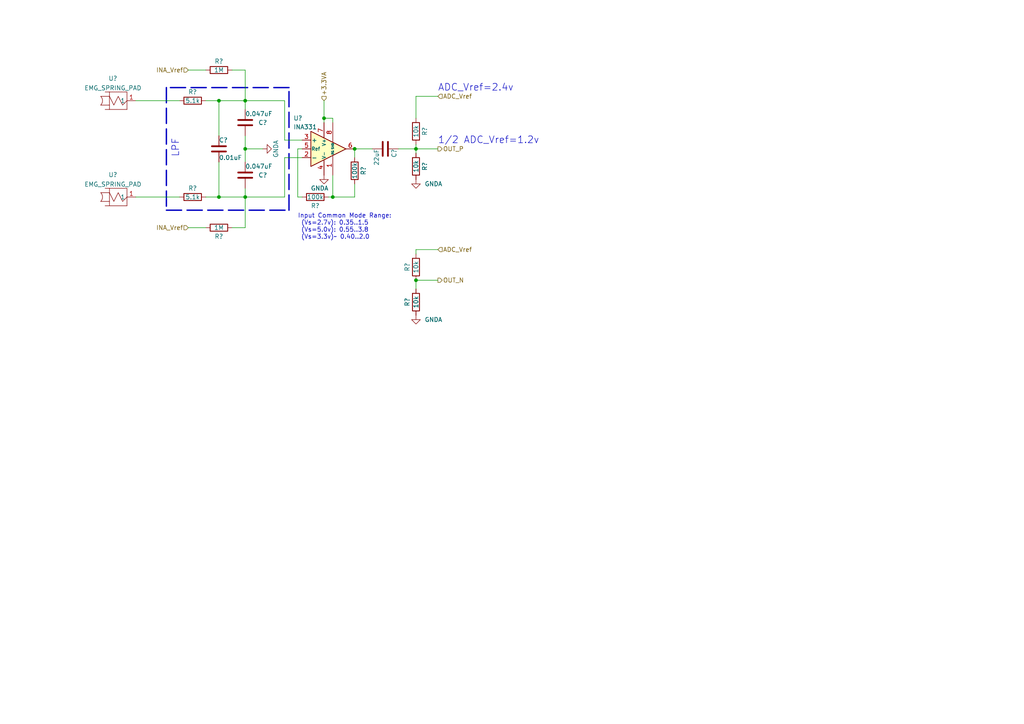
<source format=kicad_sch>
(kicad_sch (version 20211123) (generator eeschema)
  (paper "A4")
  (title_block (title "EMG-2x: Two channel EMG board") (date "2022-02-11") (rev "1") (company "Developed by Rf-lab.org"))
  (lib_symbols
    (symbol "ADS1299EMG8xR2-rescue:INA331-Amplifier_Instrumentation" (pin_names (offset 0.127))
      (property "Reference" "U" (at 3.81 3.81 0))
      (property "Value" "INA331-Amplifier_Instrumentation" (at 3.81 -2.54 0))
      (symbol "INA331-Amplifier_Instrumentation_0_1"
        (polyline (pts (xy 5.08 0) (xy -5.08 5.08) (xy -5.08 -5.08) (xy 5.08 0)) (stroke (width 0.254)) (fill (type background)))
      )
      (symbol "INA331-Amplifier_Instrumentation_1_1"
        (pin input line (at 1.27 -7.62 90) (length 5.6896) (name "RG") (number "1"))
        (pin input line (at -7.62 -2.54 0) (length 2.54) (name "-") (number "2"))
        (pin input line (at -7.62 2.54 0) (length 2.54) (name "+") (number "3"))
        (pin power_in line (at -1.27 -7.62 90) (length 4.4958) (name "V-") (number "4"))
        (pin input line (at -7.62 0 0) (length 2.54) (name "Ref") (number "5"))
        (pin output line (at 7.62 0 180) (length 2.54) (name "~") (number "6"))
        (pin power_in line (at -1.27 7.62 270) (length 4.4958) (name "V+") (number "7"))
        (pin input line (at 1.27 7.62 270) (length 5.6896) (name "SHD") (number "8"))
      )
    )
    (symbol "Device:C" (pin_numbers hide) (pin_names (offset 0.254))
      (property "Reference" "C" (at 0.635 2.54 0))
      (property "Value" "C" (at 0.635 -2.54 0))
      (symbol "C_0_1"
        (polyline (pts (xy -2.032 -0.762) (xy 2.032 -0.762)) (stroke (width 0.508)))
        (polyline (pts (xy -2.032 0.762) (xy 2.032 0.762)) (stroke (width 0.508)))
      )
      (symbol "C_1_1"
        (pin passive line (at 0 3.81 270) (length 2.794) (name "~") (number "1"))
        (pin passive line (at 0 -3.81 90) (length 2.794) (name "~") (number "2"))
      )
    )
    (symbol "Device:R" (pin_numbers hide) (pin_names (offset 0))
      (property "Reference" "R" (at 2.032 0 90))
      (property "Value" "R" (at 0 0 90))
      (symbol "R_0_1"
        (rectangle (start -1.016 -2.54) (end 1.016 2.54) (stroke (width 0.254)))
      )
      (symbol "R_1_1"
        (pin passive line (at 0 3.81 270) (length 1.27) (name "~") (number "1"))
        (pin passive line (at 0 -3.81 90) (length 1.27) (name "~") (number "2"))
      )
    )
    (symbol "espLib:EMG_SPRING_PAD"
      (property "Reference" "U" (at 0 0 0))
      (property "Value" "EMG_SPRING_PAD" (at 0 2.54 0))
      (symbol "EMG_SPRING_PAD_0_1"
        (polyline (pts (xy 2.54 0) (xy 8.89 0)) (stroke (width 0.1524)))
        (polyline (pts (xy 7.62 -3.81) (xy 10.16 -3.81)) (stroke (width 0.1524)))
        (polyline (pts (xy 7.62 -1.27) (xy 10.16 -1.27)) (stroke (width 0.1524)))
        (polyline (pts (xy 7.62 0) (xy 7.62 -5.08)) (stroke (width 0.1524)))
        (polyline (pts (xy 2.54 0) (xy 2.54 -5.08) (xy 8.89 -5.08)) (stroke (width 0.1524)))
        (polyline (pts (xy 2.54 -2.54) (xy 3.81 -1.27) (xy 5.08 -3.81) (xy 6.35 -1.27) (xy 7.62 -3.81)) (stroke (width 0.1524)))
        (arc (start 10.16 -1.27) (mid 7.0938 -2.54) (end 10.16 -3.81) (stroke (width 0.1524)))
      )
      (symbol "EMG_SPRING_PAD_1_1"
        (pin bidirectional line (at 0 -2.54 0) (length 2.54) (name "1") (number "1"))
      )
    )
    (symbol "power:GNDA" (power) (pin_names (offset 0))
      (property "Value" "GNDA" (at 0 -3.81 0))
      (symbol "GNDA_0_1"
        (polyline (pts (xy 0 0) (xy 0 -1.27) (xy 1.27 -1.27) (xy 0 -2.54) (xy -1.27 -1.27) (xy 0 -1.27)))
      )
      (symbol "GNDA_1_1"
        (pin power_in line (at 0 0 270) (length 0) hide (name "GNDA") (number "1"))
      )
    )
  )
  (junction (at 71.12 29.21))
  (junction (at 63.5 29.21))
  (junction (at 71.12 43.18))
  (junction (at 120.65 43.18))
  (junction (at 71.12 57.15))
  (junction (at 102.87 43.18))
  (junction (at 93.98 34.29))
  (junction (at 120.65 81.28))
  (junction (at 63.5 57.15))
  (junction (at 96.52 57.15))
  (wire (pts (xy 96.52 34.29) (xy 96.52 35.56)))
  (wire (pts (xy 71.12 29.21) (xy 71.12 31.75)))
  (wire (pts (xy 82.55 57.15) (xy 82.55 45.72)))
  (wire (pts (xy 63.5 39.37) (xy 63.5 29.21)))
  (wire (pts (xy 59.69 57.15) (xy 63.5 57.15)))
  (wire (pts (xy 120.65 81.28) (xy 127 81.28)))
  (wire (pts (xy 120.65 72.39) (xy 127 72.39)))
  (wire (pts (xy 54.61 66.04) (xy 59.69 66.04)))
  (wire (pts (xy 71.12 46.99) (xy 71.12 43.18)))
  (wire (pts (xy 54.61 20.32) (xy 59.69 20.32)))
  (wire (pts (xy 71.12 39.37) (xy 71.12 43.18)))
  (wire (pts (xy 87.63 43.18) (xy 86.36 43.18)))
  (wire (pts (xy 63.5 57.15) (xy 71.12 57.15)))
  (wire (pts (xy 76.2 43.18) (xy 71.12 43.18)))
  (wire (pts (xy 96.52 57.15) (xy 95.25 57.15)))
  (wire (pts (xy 120.65 43.18) (xy 127 43.18)))
  (wire (pts (xy 96.52 50.8) (xy 96.52 57.15)))
  (wire (pts (xy 102.87 43.18) (xy 102.87 45.72)))
  (polyline (pts (xy 48.26 60.96) (xy 83.82 60.96)) (stroke (width 0.4)))
  (wire (pts (xy 115.57 43.18) (xy 120.65 43.18)))
  (wire (pts (xy 82.55 40.64) (xy 87.63 40.64)))
  (wire (pts (xy 82.55 45.72) (xy 87.63 45.72)))
  (wire (pts (xy 102.87 43.18) (xy 107.95 43.18)))
  (wire (pts (xy 39.37 29.21) (xy 52.07 29.21)))
  (wire (pts (xy 71.12 57.15) (xy 82.55 57.15)))
  (wire (pts (xy 63.5 29.21) (xy 71.12 29.21)))
  (wire (pts (xy 120.65 72.39) (xy 120.65 73.66)))
  (wire (pts (xy 120.65 41.91) (xy 120.65 43.18)))
  (wire (pts (xy 67.31 20.32) (xy 71.12 20.32)))
  (polyline (pts (xy 83.82 60.96) (xy 83.82 25.4)) (stroke (width 0.4)))
  (wire (pts (xy 120.65 81.28) (xy 120.65 83.82)))
  (wire (pts (xy 120.65 27.94) (xy 127 27.94)))
  (wire (pts (xy 82.55 29.21) (xy 71.12 29.21)))
  (polyline (pts (xy 83.82 25.4) (xy 48.26 25.4)) (stroke (width 0.4)))
  (wire (pts (xy 93.98 35.56) (xy 93.98 34.29)))
  (wire (pts (xy 102.87 57.15) (xy 96.52 57.15)))
  (wire (pts (xy 63.5 46.99) (xy 63.5 57.15)))
  (wire (pts (xy 71.12 20.32) (xy 71.12 29.21)))
  (wire (pts (xy 120.65 27.94) (xy 120.65 34.29)))
  (wire (pts (xy 93.98 29.21) (xy 93.98 34.29)))
  (wire (pts (xy 82.55 29.21) (xy 82.55 40.64)))
  (wire (pts (xy 71.12 66.04) (xy 71.12 57.15)))
  (wire (pts (xy 86.36 43.18) (xy 86.36 57.15)))
  (polyline (pts (xy 48.26 25.4) (xy 48.26 60.96)) (stroke (width 0.4)))
  (wire (pts (xy 102.87 53.34) (xy 102.87 57.15)))
  (wire (pts (xy 39.37 57.15) (xy 52.07 57.15)))
  (wire (pts (xy 71.12 54.61) (xy 71.12 57.15)))
  (wire (pts (xy 86.36 57.15) (xy 87.63 57.15)))
  (wire (pts (xy 120.65 43.18) (xy 120.65 44.45)))
  (wire (pts (xy 67.31 66.04) (xy 71.12 66.04)))
  (wire (pts (xy 59.69 29.21) (xy 63.5 29.21)))
  (wire (pts (xy 96.52 34.29) (xy 93.98 34.29)))
  (text "LPF" (at 52.07 45.72 90) (effects (font (size 2 2)) (justify left bottom)))
  (text "ADC_Vref=2.4v" (at 127 26.67 0) (effects (font (size 2 2)) (justify left bottom)))
  (text "1/2 ADC_Vref=1.2v" (at 127 41.91 0) (effects (font (size 2 2)) (justify left bottom)))
  (text "Input Common Mode Range:\n (Vs=2.7v): 0.35..1.5\n (Vs=5.0v): 0.55..3.8\n (Vs=3.3v)~ 0.40..2.0\n\n\n" (at 86.36 73.66 0) (effects (font (size 1.27 1.27)) (justify left bottom)))
  (hierarchical_label "ADC_Vref" (shape input) (at 127 27.94 0))
  (hierarchical_label "ADC_Vref" (shape input) (at 127 72.39 0))
  (hierarchical_label "INA_Vref" (shape input) (at 54.61 20.32 180))
  (hierarchical_label "INA_Vref" (shape input) (at 54.61 66.04 180))
  (hierarchical_label "+3.3VA" (shape input) (at 93.98 29.21 90))
  (hierarchical_label "OUT_N" (shape output) (at 127 81.28 0))
  (hierarchical_label "OUT_P" (shape output) (at 127 43.18 0))
  (symbol (lib_id "Device:C") (at 111.76 43.18 270)
    (property "Reference" "C?" (at 114.3 43.18 0) (effects (justify left)))
    (property "Value" "22uF" (at 109.22 43.18 0) (effects (justify left)))
    (property "Footprint" "Capacitor_SMD:C_0805_2012Metric_Pad1.18x1.45mm_HandSolder" (effects hide))
  )
  (symbol (lib_id "power:GNDA") (at 76.2 43.18 90)
    (property "Reference" "#PWR?" (effects hide))
    (property "Value" "GNDA" (at 80.01 43.18 0))
  )
  (symbol (lib_id "Device:R") (at 55.88 57.15 270)
    (property "Reference" "R?" (at 55.88 54.61 90))
    (property "Value" "5.1k" (at 55.88 57.15 90))
    (property "Footprint" "Resistor_SMD:R_0805_2012Metric_Pad1.20x1.40mm_HandSolder" (effects hide))
  )
  (symbol (lib_id "Device:R") (at 63.5 66.04 90)
    (property "Reference" "R?" (at 63.5 68.58 90))
    (property "Value" "1M" (at 63.5 66.04 90))
    (property "Footprint" "Resistor_SMD:R_0805_2012Metric_Pad1.20x1.40mm_HandSolder" (effects hide))
  )
  (symbol (lib_id "Device:R") (at 102.87 49.53 180)
    (property "Reference" "R?" (at 105.41 49.53 90))
    (property "Value" "100k" (at 102.87 49.53 90))
    (property "Footprint" "Resistor_SMD:R_0805_2012Metric_Pad1.20x1.40mm_HandSolder" (effects hide))
  )
  (symbol (lib_id "Device:R") (at 91.44 57.15 270)
    (property "Reference" "R?" (at 91.44 59.69 90))
    (property "Value" "100k" (at 91.44 57.15 90))
    (property "Footprint" "Resistor_SMD:R_0805_2012Metric_Pad1.20x1.40mm_HandSolder" (effects hide))
  )
  (symbol (lib_id "espLib:EMG_SPRING_PAD") (at 39.37 31.75 180)
    (property "Reference" "U?" (at 32.757 22.7543 0))
    (property "Value" "EMG_SPRING_PAD" (at 32.757 25.5294 0))
  )
  (symbol (lib_id "Device:R") (at 120.65 87.63 0)
    (property "Reference" "R?" (at 118.11 87.63 90))
    (property "Value" "10k" (at 120.65 87.63 90))
    (property "Footprint" "Resistor_SMD:R_0805_2012Metric_Pad1.20x1.40mm_HandSolder" (effects hide))
  )
  (symbol (lib_id "ADS1299EMG8xR2-rescue:INA331-Amplifier_Instrumentation") (at 95.25 43.18 0)
    (property "Reference" "U?" (at 85.09 34.29 0) (effects (justify left)))
    (property "Value" "INA331" (at 85.09 36.83 0) (effects (justify left)))
    (property "Footprint" "Package_SO:MSOP-8_3x3mm_P0.65mm" (effects hide))
    (property "Datasheet" "http://www.ti.com/lit/ds/symlink/ina282.pdf" (effects hide))
  )
  (symbol (lib_id "Device:C") (at 71.12 35.56 0)
    (property "Reference" "C?" (at 74.93 35.56 0) (effects (justify left)))
    (property "Value" "0.047uF" (at 71.12 33.02 0) (effects (justify left)))
    (property "Footprint" "Capacitor_SMD:C_0805_2012Metric_Pad1.18x1.45mm_HandSolder" (effects hide))
  )
  (symbol (lib_id "power:GNDA") (at 120.65 91.44 0)
    (property "Reference" "#PWR?" (effects hide))
    (property "Value" "GNDA" (at 125.73 92.71 0))
  )
  (symbol (lib_id "espLib:EMG_SPRING_PAD") (at 39.37 59.69 180)
    (property "Reference" "U?" (at 32.757 50.6943 0))
    (property "Value" "EMG_SPRING_PAD" (at 32.757 53.4694 0))
  )
  (symbol (lib_id "Device:C") (at 63.5 43.18 0)
    (property "Reference" "C?" (at 63.5 40.64 0) (effects (justify left)))
    (property "Value" "0.01uF" (at 63.5 45.72 0) (effects (justify left)))
    (property "Footprint" "Capacitor_SMD:C_0805_2012Metric_Pad1.18x1.45mm_HandSolder" (effects hide))
  )
  (symbol (lib_id "Device:R") (at 55.88 29.21 270)
    (property "Reference" "R?" (at 55.88 26.67 90))
    (property "Value" "5.1k" (at 55.88 29.21 90))
    (property "Footprint" "Resistor_SMD:R_0805_2012Metric_Pad1.20x1.40mm_HandSolder" (effects hide))
  )
  (symbol (lib_id "Device:C") (at 71.12 50.8 0)
    (property "Reference" "C?" (at 74.93 50.8 0) (effects (justify left)))
    (property "Value" "0.047uF" (at 71.12 48.26 0) (effects (justify left)))
    (property "Footprint" "Capacitor_SMD:C_0805_2012Metric_Pad1.18x1.45mm_HandSolder" (effects hide))
  )
  (symbol (lib_id "power:GNDA") (at 93.98 50.8 0)
    (property "Reference" "#PWR?" (effects hide))
    (property "Value" "GNDA" (at 92.71 54.61 0))
  )
  (symbol (lib_id "Device:R") (at 120.65 77.47 0)
    (property "Reference" "R?" (at 118.11 77.47 90))
    (property "Value" "10k" (at 120.65 77.47 90))
    (property "Footprint" "Resistor_SMD:R_0805_2012Metric_Pad1.20x1.40mm_HandSolder" (effects hide))
  )
  (symbol (lib_id "Device:R") (at 120.65 48.26 180)
    (property "Reference" "R?" (at 123.19 48.26 90))
    (property "Value" "10k" (at 120.65 48.26 90))
    (property "Footprint" "Resistor_SMD:R_0805_2012Metric_Pad1.20x1.40mm_HandSolder" (effects hide))
  )
  (symbol (lib_id "Device:R") (at 120.65 38.1 180)
    (property "Reference" "R?" (at 123.19 38.1 90))
    (property "Value" "10k" (at 120.65 38.1 90))
    (property "Footprint" "Resistor_SMD:R_0805_2012Metric_Pad1.20x1.40mm_HandSolder" (effects hide))
  )
  (symbol (lib_id "Device:R") (at 63.5 20.32 270)
    (property "Reference" "R?" (at 63.5 17.78 90))
    (property "Value" "1M" (at 63.5 20.32 90))
    (property "Footprint" "Resistor_SMD:R_0805_2012Metric_Pad1.20x1.40mm_HandSolder" (effects hide))
  )
  (symbol (lib_id "power:GNDA") (at 120.65 52.07 0)
    (property "Reference" "#PWR?" (effects hide))
    (property "Value" "GNDA" (at 125.73 53.34 0))
  )
)
</source>
